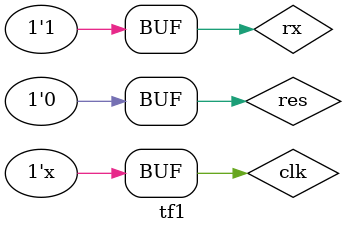
<source format=v>

`timescale 1ns/1ns
 module tf1();

// Inputs
   reg clk;
   reg rx;

// Output
   wire tx;
   reg res;

// Bidirs

// Instantiate the UUT
   uart UUT (
		.clk(clk), 
		.tx(tx), 
		.rx(rx),
		.res(res)
   );
// Initialize Inputs
   
       initial 
	  begin
		clk=0;
		res =0;
		rx=1;		
		#100  res  =1;
		#100  res  =0;

		#(52083*12) rx =1;
		
		
		#52083 rx =0;//start
		
		#52083 rx =0;//d0
		#52083 rx =1;
		#52083 rx =0;
		#52083 rx =1;
		#52083 rx =0;
		#52083 rx =1;
		#52083 rx =0;
		#52083 rx =1;

		#52083 rx =1;//stop
		#52083 rx =1;
		
		
		#52083 rx =0;//start
		
		#52083 rx =0;//d0
		#52083 rx =0;
		#52083 rx =0;
		#52083 rx =1;
		#52083 rx =0;
		#52083 rx =1;
		#52083 rx =0;
		#52083 rx =1;

		#52083 rx =1;//stop
		#52083 rx =1;


       end

always 
//#(10*16) clk = ~clk;
#(10) clk = ~clk;

							
endmodule
</source>
